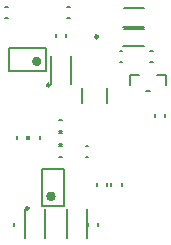
<source format=gbo>
G04*
G04 #@! TF.GenerationSoftware,Altium Limited,Altium Designer,22.2.1 (43)*
G04*
G04 Layer_Color=32896*
%FSLAX44Y44*%
%MOMM*%
G71*
G04*
G04 #@! TF.SameCoordinates,1728C203-2672-44AB-99B5-9D0C7A82A750*
G04*
G04*
G04 #@! TF.FilePolarity,Positive*
G04*
G01*
G75*
%ADD10C,0.2500*%
%ADD12C,0.2000*%
%ADD46C,0.4000*%
D10*
X57410Y132260D02*
G03*
X57410Y132260I-1250J0D01*
G01*
X39530Y27995D02*
G03*
X39530Y27995I-1250J0D01*
G01*
X98133Y173263D02*
G03*
X98133Y173263I-1250J0D01*
G01*
D12*
X23160Y144260D02*
X54160D01*
X23160Y163260D02*
X54160D01*
Y144260D02*
Y163260D01*
X23160Y144260D02*
Y163260D01*
X65305Y71700D02*
X67805D01*
X65305Y80700D02*
X67805D01*
X50280Y60995D02*
X69280D01*
X50280Y29995D02*
X69280D01*
Y60995D01*
X50280Y29995D02*
Y60995D01*
X87530Y80700D02*
X90030D01*
X87530Y71700D02*
X90030D01*
X36250Y12720D02*
Y15220D01*
X27250Y12720D02*
Y15220D01*
X65305Y82495D02*
X67805D01*
X65305Y91495D02*
X67805D01*
X48950Y86895D02*
Y89395D01*
X39950Y86895D02*
Y89395D01*
X118165Y47130D02*
Y49630D01*
X109165Y47130D02*
Y49630D01*
X62175Y172860D02*
Y175360D01*
X71175Y172860D02*
Y175360D01*
X97100Y47130D02*
Y49630D01*
X106100Y47130D02*
Y49630D01*
X89480Y12720D02*
Y15220D01*
X98480Y12720D02*
Y15220D01*
X38155Y86895D02*
Y89395D01*
X29155Y86895D02*
Y89395D01*
X71655Y198175D02*
X74155D01*
X71655Y189175D02*
X74155D01*
X65305Y93290D02*
X67805D01*
X65305Y102290D02*
X67805D01*
X19585Y198175D02*
X22085D01*
X19585Y189175D02*
X22085D01*
X84479Y116971D02*
Y129471D01*
X105479Y116971D02*
Y129471D01*
X119633Y165263D02*
X137133D01*
X119633Y181263D02*
X137133D01*
X119923Y197125D02*
X137423D01*
X119870Y180095D02*
X137370D01*
X154995Y104915D02*
Y107415D01*
X145995Y104915D02*
Y107415D01*
X142380Y160710D02*
X144880D01*
X142380Y151710D02*
X144880D01*
X116345Y151740D02*
X118845D01*
X116345Y160740D02*
X118845D01*
X138610Y126825D02*
X142110D01*
X125360Y132075D02*
Y140825D01*
X148110D02*
X155360D01*
X125360D02*
X132610D01*
X155360Y132075D02*
Y140825D01*
X89206Y2966D02*
Y27088D01*
X72084Y2966D02*
Y27088D01*
X75236Y132933D02*
Y157054D01*
X58114Y132933D02*
Y157054D01*
X53646Y2758D02*
Y26879D01*
X36524Y2758D02*
Y26879D01*
D46*
X48160Y152260D02*
G03*
X48160Y152260I-2000J0D01*
G01*
X60280Y37995D02*
G03*
X60280Y37995I-2000J0D01*
G01*
M02*

</source>
